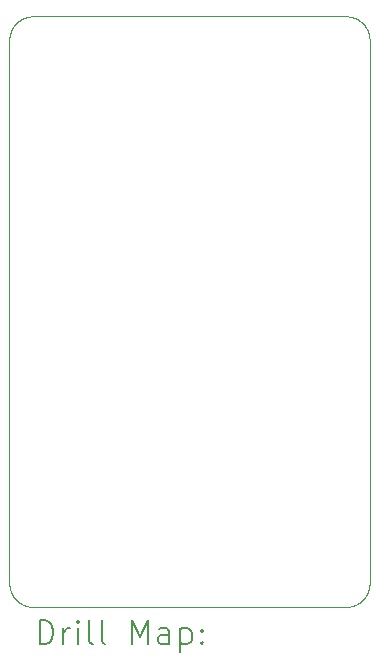
<source format=gbr>
%TF.GenerationSoftware,KiCad,Pcbnew,8.0.2*%
%TF.CreationDate,2024-08-28T15:29:38+05:30*%
%TF.ProjectId,CTF LED matrix,43544620-4c45-4442-906d-61747269782e,rev?*%
%TF.SameCoordinates,Original*%
%TF.FileFunction,Drillmap*%
%TF.FilePolarity,Positive*%
%FSLAX45Y45*%
G04 Gerber Fmt 4.5, Leading zero omitted, Abs format (unit mm)*
G04 Created by KiCad (PCBNEW 8.0.2) date 2024-08-28 15:29:38*
%MOMM*%
%LPD*%
G01*
G04 APERTURE LIST*
%ADD10C,0.050000*%
%ADD11C,0.200000*%
G04 APERTURE END LIST*
D10*
X15963844Y-12224703D02*
X15961391Y-12224778D01*
X15968747Y-12224462D02*
X15966297Y-12224597D01*
X15961391Y-12224778D02*
X15958937Y-12224823D01*
X15971196Y-12224296D02*
X15968747Y-12224462D01*
X15966297Y-12224597D02*
X15963844Y-12224703D01*
X15956483Y-12224838D02*
X13306483Y-12224838D01*
X15958937Y-12224823D02*
X15956483Y-12224838D01*
X16111085Y-12151717D02*
X16109517Y-12153604D01*
X16109517Y-12153604D02*
X16107925Y-12155473D01*
X16114152Y-12147884D02*
X16112630Y-12149810D01*
X16117125Y-12143978D02*
X16115650Y-12145940D01*
X16126754Y-12129756D02*
X16125454Y-12131838D01*
X16125454Y-12131838D02*
X16124128Y-12133903D01*
X16118574Y-12141998D02*
X16117125Y-12143978D01*
X16120000Y-12140000D02*
X16118574Y-12141998D01*
X16122777Y-12135952D02*
X16121401Y-12137984D01*
X16128029Y-12127659D02*
X16126754Y-12129756D01*
X16129278Y-12125546D02*
X16128029Y-12127659D01*
X16132867Y-12119117D02*
X16131697Y-12121275D01*
X16136218Y-12112561D02*
X16135128Y-12114760D01*
X16142184Y-12099101D02*
X16141259Y-12101375D01*
X16147871Y-12082895D02*
X16147144Y-12085239D01*
X16148569Y-12080542D02*
X16147871Y-12082895D01*
X16149238Y-12078181D02*
X16148569Y-12080542D01*
X16154318Y-12054184D02*
X16153943Y-12056610D01*
X16154979Y-12049320D02*
X16154664Y-12051754D01*
X16151623Y-12068658D02*
X16151071Y-12071050D01*
X16149878Y-12075811D02*
X16149238Y-12078181D01*
X16155746Y-7407678D02*
X16155941Y-7410125D01*
X16152147Y-12066260D02*
X16151623Y-12068658D01*
X16153104Y-12061446D02*
X16152640Y-12063856D01*
X16154664Y-12051754D02*
X16154318Y-12054184D01*
X16153943Y-12056610D02*
X16153539Y-12059030D01*
X16155264Y-12046882D02*
X16154979Y-12049320D01*
X16134011Y-12116946D02*
X16132867Y-12119117D01*
X16150489Y-12073434D02*
X16149878Y-12075811D01*
X16135128Y-12114760D02*
X16134011Y-12116946D01*
X16138317Y-12108124D02*
X16137281Y-12110349D01*
X16156242Y-12034652D02*
X16156107Y-12037102D01*
X16156423Y-12029746D02*
X16156348Y-12032199D01*
X16141259Y-12101375D02*
X16140306Y-12103636D01*
X16145605Y-12089900D02*
X16144792Y-12092216D01*
X16152640Y-12063856D02*
X16152147Y-12066260D01*
X16155520Y-12044441D02*
X16155264Y-12046882D01*
X16156348Y-12032199D02*
X16156242Y-12034652D01*
X16156107Y-7412574D02*
X16156242Y-7415024D01*
X16156242Y-7415024D02*
X16156348Y-7417477D01*
X16155941Y-7410125D02*
X16156107Y-7412574D01*
X16156423Y-7419930D02*
X16156468Y-7422384D01*
X16155746Y-12041998D02*
X16155520Y-12044441D01*
X16124128Y-12133903D02*
X16122777Y-12135952D01*
X16121401Y-12137984D02*
X16120000Y-12140000D01*
X16143082Y-12096817D02*
X16142184Y-12099101D01*
X16146389Y-12087574D02*
X16145605Y-12089900D01*
X16156348Y-7417477D02*
X16156423Y-7419930D01*
X16156483Y-12024838D02*
X16156468Y-12027292D01*
X16112630Y-12149810D02*
X16111085Y-12151717D01*
X16115650Y-12145940D02*
X16114152Y-12147884D01*
X16139325Y-12105886D02*
X16138317Y-12108124D01*
X16140306Y-12103636D02*
X16139325Y-12105886D01*
X16156468Y-12027292D02*
X16156423Y-12029746D01*
X16156468Y-7422384D02*
X16156483Y-7424838D01*
X16131697Y-12121275D02*
X16130500Y-12123418D01*
X16156483Y-7424838D02*
X16156483Y-12024838D01*
X16137281Y-12110349D02*
X16136218Y-12112561D01*
X16130500Y-12123418D02*
X16129278Y-12125546D01*
X16143951Y-12094522D02*
X16143082Y-12096817D01*
X16144792Y-12092216D02*
X16143951Y-12094522D01*
X16147144Y-12085239D02*
X16146389Y-12087574D01*
X16153539Y-12059030D02*
X16153104Y-12061446D01*
X16151071Y-12071050D02*
X16150489Y-12073434D01*
X16155941Y-12039551D02*
X16155746Y-12041998D01*
X16156107Y-12037102D02*
X16155941Y-12039551D01*
X16155520Y-7405235D02*
X16155746Y-7407678D01*
X16155264Y-7402794D02*
X16155520Y-7405235D01*
X16154979Y-7400356D02*
X16155264Y-7402794D01*
X16145605Y-7359776D02*
X16146389Y-7362102D01*
X16149238Y-7371495D02*
X16149878Y-7373865D01*
X16154664Y-7397922D02*
X16154979Y-7400356D01*
X16154318Y-7395492D02*
X16154664Y-7397922D01*
X16153943Y-7393066D02*
X16154318Y-7395492D01*
X16147871Y-7366781D02*
X16148569Y-7369134D01*
X16153539Y-7390646D02*
X16153943Y-7393066D01*
X16153104Y-7388230D02*
X16153539Y-7390646D01*
X16152640Y-7385820D02*
X16153104Y-7388230D01*
X16152147Y-7383416D02*
X16152640Y-7385820D01*
X16151623Y-7381018D02*
X16152147Y-7383416D01*
X16148569Y-7369134D02*
X16149238Y-7371495D01*
X16142184Y-7350575D02*
X16143082Y-7352859D01*
X16094391Y-7279989D02*
X16096158Y-7281692D01*
X16130500Y-7326258D02*
X16131697Y-7328401D01*
X16151071Y-7378626D02*
X16151623Y-7381018D01*
X16146389Y-7362102D02*
X16147144Y-7364437D01*
X16101332Y-7286930D02*
X16103014Y-7288718D01*
X16150489Y-7376242D02*
X16151071Y-7378626D01*
X16092603Y-7278307D02*
X16094391Y-7279989D01*
X16143082Y-7352859D02*
X16143951Y-7355154D01*
X16149878Y-7373865D02*
X16150489Y-7376242D01*
X16147144Y-7364437D02*
X16147871Y-7366781D01*
X16122777Y-7313724D02*
X16124128Y-7315773D01*
X16111085Y-7297959D02*
X16112630Y-7299866D01*
X16143951Y-7355154D02*
X16144792Y-7357460D01*
X16141259Y-7348301D02*
X16142184Y-7350575D01*
X16134011Y-7332730D02*
X16135128Y-7334916D01*
X16129278Y-7324130D02*
X16130500Y-7326258D01*
X16097904Y-7283417D02*
X16099629Y-7285163D01*
X16140306Y-7346040D02*
X16141259Y-7348301D01*
X16139325Y-7343790D02*
X16140306Y-7346040D01*
X16118574Y-7307678D02*
X16120000Y-7309676D01*
X16085249Y-7271804D02*
X16087118Y-7273396D01*
X16106310Y-7292355D02*
X16107925Y-7294203D01*
X16103014Y-7288718D02*
X16104673Y-7290526D01*
X16109517Y-7296072D02*
X16111085Y-7297959D01*
X16088966Y-7275011D02*
X16090795Y-7276648D01*
X16138317Y-7341552D02*
X16139325Y-7343790D01*
X16136218Y-7337115D02*
X16137281Y-7339327D01*
X16135128Y-7334916D02*
X16136218Y-7337115D01*
X16107925Y-7294203D02*
X16109517Y-7296072D01*
X16132867Y-7330559D02*
X16134011Y-7332730D01*
X16131697Y-7328401D02*
X16132867Y-7330559D01*
X16128029Y-7322017D02*
X16129278Y-7324130D01*
X16124128Y-7315773D02*
X16125454Y-7317838D01*
X16117125Y-7305698D02*
X16118574Y-7307678D01*
X16114152Y-7301792D02*
X16115650Y-7303736D01*
X16115650Y-7303736D02*
X16117125Y-7305698D01*
X16090795Y-7276648D02*
X16092603Y-7278307D01*
X16087118Y-7273396D02*
X16088966Y-7275011D01*
X16112630Y-7299866D02*
X16114152Y-7301792D01*
X16126754Y-7319920D02*
X16128029Y-7322017D01*
X16099629Y-7285163D02*
X16101332Y-7286930D01*
X16104673Y-7290526D02*
X16106310Y-7292355D01*
X16096158Y-7281692D02*
X16097904Y-7283417D01*
X16120000Y-7309676D02*
X16121401Y-7311692D01*
X16125454Y-7317838D02*
X16126754Y-7319920D01*
X16137281Y-7339327D02*
X16138317Y-7341552D01*
X16144792Y-7357460D02*
X16145605Y-7359776D01*
X16121401Y-7311692D02*
X16122777Y-7313724D01*
X15973643Y-12224101D02*
X15971196Y-12224296D01*
X15976086Y-12223875D02*
X15973643Y-12224101D01*
X15978527Y-12223619D02*
X15976086Y-12223875D01*
X15980965Y-12223334D02*
X15978527Y-12223619D01*
X15983399Y-12223019D02*
X15980965Y-12223334D01*
X15985829Y-12222673D02*
X15983399Y-12223019D01*
X15988255Y-12222298D02*
X15985829Y-12222673D01*
X15990675Y-12221894D02*
X15988255Y-12222298D01*
X15995501Y-12220995D02*
X15993091Y-12221459D01*
X16000303Y-12219978D02*
X15997905Y-12220502D01*
X16005079Y-12218844D02*
X16002695Y-12219426D01*
X16007456Y-12218233D02*
X16005079Y-12218844D01*
X16012187Y-12216924D02*
X16009826Y-12217593D01*
X16014540Y-12216226D02*
X16012187Y-12216924D01*
X16016884Y-12215499D02*
X16014540Y-12216226D01*
X16026167Y-12212306D02*
X16023861Y-12213147D01*
X16033020Y-12209614D02*
X16030746Y-12210539D01*
X16035281Y-12208661D02*
X16033020Y-12209614D01*
X16037531Y-12207680D02*
X16035281Y-12208661D01*
X16039769Y-12206672D02*
X16037531Y-12207680D01*
X16044206Y-12204573D02*
X16041994Y-12205636D01*
X16052920Y-12200052D02*
X16050762Y-12201222D01*
X16061401Y-12195109D02*
X16059304Y-12196384D01*
X16050762Y-12201222D02*
X16048591Y-12202366D01*
X16046405Y-12203483D02*
X16044206Y-12204573D01*
X16055063Y-12198855D02*
X16052920Y-12200052D01*
X16063483Y-12193809D02*
X16061401Y-12195109D01*
X16073643Y-12186929D02*
X16071645Y-12188355D01*
X16081455Y-12180985D02*
X16079529Y-12182507D01*
X16097904Y-12166259D02*
X16096158Y-12167984D01*
X16083362Y-12179440D02*
X16081455Y-12180985D01*
X16077585Y-12184005D02*
X16075623Y-12185480D01*
X16079529Y-12182507D02*
X16077585Y-12184005D01*
X16090795Y-12173028D02*
X16088966Y-12174665D01*
X16092603Y-12171369D02*
X16090795Y-12173028D01*
X16096158Y-12167984D02*
X16094391Y-12169687D01*
X16107925Y-12155473D02*
X16106310Y-12157321D01*
X16104673Y-12159150D02*
X16103014Y-12160958D01*
X16057191Y-12197633D02*
X16055063Y-12198855D01*
X16059304Y-12196384D02*
X16057191Y-12197633D01*
X16085249Y-12177872D02*
X16083362Y-12179440D01*
X16103014Y-12160958D02*
X16101332Y-12162746D01*
X16099629Y-12164513D02*
X16097904Y-12166259D01*
X16075623Y-12185480D02*
X16073643Y-12186929D01*
X16094391Y-12169687D02*
X16092603Y-12171369D01*
X16087118Y-12176280D02*
X16085249Y-12177872D01*
X16065548Y-12192483D02*
X16063483Y-12193809D01*
X16019219Y-12214744D02*
X16016884Y-12215499D01*
X16106310Y-12157321D02*
X16104673Y-12159150D01*
X16009826Y-12217593D02*
X16007456Y-12218233D01*
X16023861Y-12213147D02*
X16021545Y-12213960D01*
X16088966Y-12174665D02*
X16087118Y-12176280D01*
X16069629Y-12189756D02*
X16067597Y-12191132D01*
X16041994Y-12205636D02*
X16039769Y-12206672D01*
X15997905Y-12220502D02*
X15995501Y-12220995D01*
X15993091Y-12221459D02*
X15990675Y-12221894D01*
X16030746Y-12210539D02*
X16028462Y-12211437D01*
X16002695Y-12219426D02*
X16000303Y-12219978D01*
X16071645Y-12188355D02*
X16069629Y-12189756D01*
X16101332Y-12162746D02*
X16099629Y-12164513D01*
X16048591Y-12202366D02*
X16046405Y-12203483D01*
X16067597Y-12191132D02*
X16065548Y-12192483D01*
X16021545Y-12213960D02*
X16019219Y-12214744D01*
X16028462Y-12211437D02*
X16026167Y-12212306D01*
X16014540Y-7233450D02*
X16016884Y-7234177D01*
X16055063Y-7250821D02*
X16057191Y-7252043D01*
X16075623Y-7264196D02*
X16077585Y-7265671D01*
X16026167Y-7237370D02*
X16028462Y-7238239D01*
X16030746Y-7239137D02*
X16033020Y-7240062D01*
X16067597Y-7258544D02*
X16069629Y-7259920D01*
X16065548Y-7257193D02*
X16067597Y-7258544D01*
X16052920Y-7249624D02*
X16055063Y-7250821D01*
X16039769Y-7243004D02*
X16041994Y-7244040D01*
X16037531Y-7241996D02*
X16039769Y-7243004D01*
X16035281Y-7241015D02*
X16037531Y-7241996D01*
X16016884Y-7234177D02*
X16019219Y-7234932D01*
X16028462Y-7238239D02*
X16030746Y-7239137D01*
X16083362Y-7270236D02*
X16085249Y-7271804D01*
X16081455Y-7268691D02*
X16083362Y-7270236D01*
X16050762Y-7248454D02*
X16052920Y-7249624D01*
X16077585Y-7265671D02*
X16079529Y-7267169D01*
X16063483Y-7255867D02*
X16065548Y-7257193D01*
X16041994Y-7244040D02*
X16044206Y-7245103D01*
X16046405Y-7246193D02*
X16048591Y-7247310D01*
X16048591Y-7247310D02*
X16050762Y-7248454D01*
X16021545Y-7235716D02*
X16023861Y-7236529D01*
X16073643Y-7262747D02*
X16075623Y-7264196D01*
X16057191Y-7252043D02*
X16059304Y-7253292D01*
X16071645Y-7261321D02*
X16073643Y-7262747D01*
X16059304Y-7253292D02*
X16061401Y-7254567D01*
X16019219Y-7234932D02*
X16021545Y-7235716D01*
X16044206Y-7245103D02*
X16046405Y-7246193D01*
X16023861Y-7236529D02*
X16026167Y-7237370D01*
X16061401Y-7254567D02*
X16063483Y-7255867D01*
X16033020Y-7240062D02*
X16035281Y-7241015D01*
X16079529Y-7267169D02*
X16081455Y-7268691D01*
X16069629Y-7259920D02*
X16071645Y-7261321D01*
X16012187Y-7232752D02*
X16014540Y-7233450D01*
X16009826Y-7232083D02*
X16012187Y-7232752D01*
X16007456Y-7231443D02*
X16009826Y-7232083D01*
X16005079Y-7230832D02*
X16007456Y-7231443D01*
X16002695Y-7230250D02*
X16005079Y-7230832D01*
X16000303Y-7229698D02*
X16002695Y-7230250D01*
X15997905Y-7229174D02*
X16000303Y-7229698D01*
X15990675Y-7227782D02*
X15993091Y-7228217D01*
X15988255Y-7227378D02*
X15990675Y-7227782D01*
X15983399Y-7226657D02*
X15985829Y-7227003D01*
X15978527Y-7226057D02*
X15980965Y-7226342D01*
X15976086Y-7225801D02*
X15978527Y-7226057D01*
X15963844Y-7224973D02*
X15966297Y-7225079D01*
X13299122Y-7224973D02*
X13301575Y-7224898D01*
X13286880Y-7225801D02*
X13289323Y-7225575D01*
X13279567Y-7226657D02*
X13282001Y-7226342D01*
X13232220Y-7239137D02*
X13234504Y-7238239D01*
X13277137Y-7227003D02*
X13279567Y-7226657D01*
X13274711Y-7227378D02*
X13277137Y-7227003D01*
X13246082Y-7234177D02*
X13248426Y-7233450D01*
X13236799Y-7237370D02*
X13239105Y-7236529D01*
X13214375Y-7247310D02*
X13216561Y-7246193D01*
X15973643Y-7225575D02*
X15976086Y-7225801D01*
X13306483Y-7224838D02*
X15956483Y-7224838D01*
X13301575Y-7224898D02*
X13304029Y-7224853D01*
X13250779Y-7232752D02*
X13253140Y-7232083D01*
X15971196Y-7225380D02*
X15973643Y-7225575D01*
X15968747Y-7225214D02*
X15971196Y-7225380D01*
X13262663Y-7229698D02*
X13265061Y-7229174D01*
X13253140Y-7232083D02*
X13255510Y-7231443D01*
X15961391Y-7224898D02*
X15963844Y-7224973D01*
X15956483Y-7224838D02*
X15958937Y-7224853D01*
X13257887Y-7230832D02*
X13260271Y-7230250D01*
X13239105Y-7236529D02*
X13241421Y-7235716D01*
X13282001Y-7226342D02*
X13284439Y-7226057D01*
X13234504Y-7238239D02*
X13236799Y-7237370D01*
X13260271Y-7230250D02*
X13262663Y-7229698D01*
X13255510Y-7231443D02*
X13257887Y-7230832D01*
X13248426Y-7233450D02*
X13250779Y-7232752D01*
X13241421Y-7235716D02*
X13243747Y-7234932D01*
X13229946Y-7240062D02*
X13232220Y-7239137D01*
X13225435Y-7241996D02*
X13227685Y-7241015D01*
X13218760Y-7245103D02*
X13220972Y-7244040D01*
X15966297Y-7225079D02*
X15968747Y-7225214D01*
X15958937Y-7224853D02*
X15961391Y-7224898D01*
X13272291Y-7227782D02*
X13274711Y-7227378D01*
X13289323Y-7225575D02*
X13291770Y-7225380D01*
X13267465Y-7228681D02*
X13269875Y-7228217D01*
X13220972Y-7244040D02*
X13223197Y-7243004D01*
X13216561Y-7246193D02*
X13218760Y-7245103D01*
X13243747Y-7234932D02*
X13246082Y-7234177D01*
X13265061Y-7229174D02*
X13267465Y-7228681D01*
X13223197Y-7243004D02*
X13225435Y-7241996D01*
X15993091Y-7228217D02*
X15995501Y-7228681D01*
X15995501Y-7228681D02*
X15997905Y-7229174D01*
X13269875Y-7228217D02*
X13272291Y-7227782D01*
X15985829Y-7227003D02*
X15988255Y-7227378D01*
X15980965Y-7226342D02*
X15983399Y-7226657D01*
X13294219Y-7225214D02*
X13296669Y-7225079D01*
X13291770Y-7225380D02*
X13294219Y-7225214D01*
X13304029Y-7224853D02*
X13306483Y-7224838D01*
X13296669Y-7225079D02*
X13299122Y-7224973D01*
X13284439Y-7226057D02*
X13286880Y-7225801D01*
X13227685Y-7241015D02*
X13229946Y-7240062D01*
X13153449Y-7296072D02*
X13155041Y-7294203D01*
X13203662Y-7253292D02*
X13205775Y-7252043D01*
X13158293Y-7290526D02*
X13159952Y-7288718D01*
X13199483Y-7255867D02*
X13201565Y-7254567D01*
X13168575Y-7279989D02*
X13170363Y-7278307D01*
X13205775Y-7252043D02*
X13207903Y-7250821D01*
X13181511Y-7268691D02*
X13183437Y-7267169D01*
X13151881Y-7297959D02*
X13153449Y-7296072D01*
X13185381Y-7265671D02*
X13187343Y-7264196D01*
X13183437Y-7267169D02*
X13185381Y-7265671D01*
X13155041Y-7294203D02*
X13156656Y-7292355D01*
X13175848Y-7273396D02*
X13177717Y-7271804D01*
X13212204Y-7248454D02*
X13214375Y-7247310D01*
X13177717Y-7271804D02*
X13179604Y-7270236D01*
X13197418Y-7257193D02*
X13199483Y-7255867D01*
X13166808Y-7281692D02*
X13168575Y-7279989D01*
X13207903Y-7250821D02*
X13210046Y-7249624D01*
X13201565Y-7254567D02*
X13203662Y-7253292D01*
X13195369Y-7258544D02*
X13197418Y-7257193D01*
X13189323Y-7262747D02*
X13191321Y-7261321D01*
X13179604Y-7270236D02*
X13181511Y-7268691D01*
X13172171Y-7276648D02*
X13174000Y-7275011D01*
X13170363Y-7278307D02*
X13172171Y-7276648D01*
X13163337Y-7285163D02*
X13165062Y-7283417D01*
X13156656Y-7292355D02*
X13158293Y-7290526D01*
X13161634Y-7286930D02*
X13163337Y-7285163D01*
X13191321Y-7261321D02*
X13193337Y-7259920D01*
X13210046Y-7249624D02*
X13212204Y-7248454D01*
X13187343Y-7264196D02*
X13189323Y-7262747D01*
X13174000Y-7275011D02*
X13175848Y-7273396D01*
X13193337Y-7259920D02*
X13195369Y-7258544D01*
X13165062Y-7283417D02*
X13166808Y-7281692D01*
X13159952Y-7288718D02*
X13161634Y-7286930D01*
X13142966Y-7309676D02*
X13144392Y-7307678D01*
X13148814Y-7301792D02*
X13150336Y-7299866D01*
X13147316Y-7303736D02*
X13148814Y-7301792D01*
X13144392Y-7307678D02*
X13145841Y-7305698D01*
X13145841Y-7305698D02*
X13147316Y-7303736D01*
X13141565Y-7311692D02*
X13142966Y-7309676D01*
X13137512Y-7317838D02*
X13138838Y-7315773D01*
X13136212Y-7319920D02*
X13137512Y-7317838D01*
X13133688Y-7324130D02*
X13134937Y-7322017D01*
X13134937Y-7322017D02*
X13136212Y-7319920D01*
X13131269Y-7328401D02*
X13132466Y-7326258D01*
X13130099Y-7330559D02*
X13131269Y-7328401D01*
X13124649Y-7341552D02*
X13125685Y-7339327D01*
X13126748Y-7337115D02*
X13127838Y-7334916D01*
X13123641Y-7343790D02*
X13124649Y-7341552D01*
X13117361Y-7359776D02*
X13118174Y-7357460D01*
X13107220Y-7407678D02*
X13107446Y-7405235D01*
X13119015Y-7355154D02*
X13119884Y-7352859D01*
X13116577Y-7362102D02*
X13117361Y-7359776D01*
X13109023Y-7393066D02*
X13109427Y-7390646D01*
X13115822Y-7364437D02*
X13116577Y-7362102D01*
X13107702Y-7402794D02*
X13107987Y-7400356D01*
X13125685Y-7339327D02*
X13126748Y-7337115D01*
X13109862Y-7388230D02*
X13110326Y-7385820D01*
X13106543Y-7419930D02*
X13106618Y-7417477D01*
X13107025Y-12039551D02*
X13106859Y-12037102D01*
X13118174Y-7357460D02*
X13119015Y-7355154D01*
X13112477Y-7376242D02*
X13113088Y-7373865D01*
X13111895Y-7378626D02*
X13112477Y-7376242D01*
X13110326Y-7385820D02*
X13110819Y-7383416D01*
X13111343Y-7381018D02*
X13111895Y-7378626D01*
X13106483Y-12024838D02*
X13106483Y-7424838D01*
X13106498Y-12027292D02*
X13106483Y-12024838D01*
X13107987Y-7400356D02*
X13108302Y-7397922D01*
X13110819Y-7383416D02*
X13111343Y-7381018D01*
X13107446Y-7405235D02*
X13107702Y-7402794D01*
X13109427Y-7390646D02*
X13109862Y-7388230D01*
X13108302Y-7397922D02*
X13108648Y-7395492D01*
X13107025Y-7410125D02*
X13107220Y-7407678D01*
X13106483Y-7424838D02*
X13106498Y-7422384D01*
X13106618Y-12032199D02*
X13106543Y-12029746D01*
X13106724Y-7415024D02*
X13106859Y-7412574D01*
X13127838Y-7334916D02*
X13128955Y-7332730D01*
X13120782Y-7350575D02*
X13121707Y-7348301D01*
X13106859Y-12037102D02*
X13106724Y-12034652D01*
X13115095Y-7366781D02*
X13115822Y-7364437D01*
X13106498Y-7422384D02*
X13106543Y-7419930D01*
X13150336Y-7299866D02*
X13151881Y-7297959D01*
X13138838Y-7315773D02*
X13140189Y-7313724D01*
X13113728Y-7371495D02*
X13114397Y-7369134D01*
X13108648Y-7395492D02*
X13109023Y-7393066D01*
X13113088Y-7373865D02*
X13113728Y-7371495D01*
X13106618Y-7417477D02*
X13106724Y-7415024D01*
X13140189Y-7313724D02*
X13141565Y-7311692D01*
X13122660Y-7346040D02*
X13123641Y-7343790D01*
X13114397Y-7369134D02*
X13115095Y-7366781D01*
X13121707Y-7348301D02*
X13122660Y-7346040D01*
X13132466Y-7326258D02*
X13133688Y-7324130D01*
X13128955Y-7332730D02*
X13130099Y-7330559D01*
X13106724Y-12034652D02*
X13106618Y-12032199D01*
X13107220Y-12041998D02*
X13107025Y-12039551D01*
X13106543Y-12029746D02*
X13106498Y-12027292D01*
X13119884Y-7352859D02*
X13120782Y-7350575D01*
X13106859Y-7412574D02*
X13107025Y-7410125D01*
X13128955Y-12116946D02*
X13127838Y-12114760D01*
X13119015Y-12094522D02*
X13118174Y-12092216D01*
X13127838Y-12114760D02*
X13126748Y-12112561D01*
X13114397Y-12080542D02*
X13113728Y-12078181D01*
X13124649Y-12108124D02*
X13123641Y-12105886D01*
X13123641Y-12105886D02*
X13122660Y-12103636D01*
X13109862Y-12061446D02*
X13109427Y-12059030D01*
X13122660Y-12103636D02*
X13121707Y-12101375D01*
X13120782Y-12099101D02*
X13119884Y-12096817D01*
X13125685Y-12110349D02*
X13124649Y-12108124D01*
X13111895Y-12071050D02*
X13111343Y-12068658D01*
X13107446Y-12044441D02*
X13107220Y-12041998D01*
X13111343Y-12068658D02*
X13110819Y-12066260D01*
X13107702Y-12046882D02*
X13107446Y-12044441D01*
X13115095Y-12082895D02*
X13114397Y-12080542D01*
X13130099Y-12119117D02*
X13128955Y-12116946D01*
X13126748Y-12112561D02*
X13125685Y-12110349D01*
X13107987Y-12049320D02*
X13107702Y-12046882D01*
X13108648Y-12054184D02*
X13108302Y-12051754D01*
X13110819Y-12066260D02*
X13110326Y-12063856D01*
X13113088Y-12075811D02*
X13112477Y-12073434D01*
X13113728Y-12078181D02*
X13113088Y-12075811D01*
X13116577Y-12087574D02*
X13115822Y-12085239D01*
X13119884Y-12096817D02*
X13119015Y-12094522D01*
X13117361Y-12089900D02*
X13116577Y-12087574D01*
X13109023Y-12056610D02*
X13108648Y-12054184D01*
X13108302Y-12051754D02*
X13107987Y-12049320D01*
X13109427Y-12059030D02*
X13109023Y-12056610D01*
X13112477Y-12073434D02*
X13111895Y-12071050D01*
X13110326Y-12063856D02*
X13109862Y-12061446D01*
X13115822Y-12085239D02*
X13115095Y-12082895D01*
X13118174Y-12092216D02*
X13117361Y-12089900D01*
X13121707Y-12101375D02*
X13120782Y-12099101D01*
X13132466Y-12123418D02*
X13131269Y-12121275D01*
X13131269Y-12121275D02*
X13130099Y-12119117D01*
X13133688Y-12125546D02*
X13132466Y-12123418D01*
X13136212Y-12129756D02*
X13134937Y-12127659D01*
X13137512Y-12131838D02*
X13136212Y-12129756D01*
X13138838Y-12133903D02*
X13137512Y-12131838D01*
X13140189Y-12135952D02*
X13138838Y-12133903D01*
X13165062Y-12166259D02*
X13163337Y-12164513D01*
X13163337Y-12164513D02*
X13161634Y-12162746D01*
X13141565Y-12137984D02*
X13140189Y-12135952D01*
X13144392Y-12141998D02*
X13142966Y-12140000D01*
X13145841Y-12143978D02*
X13144392Y-12141998D01*
X13147316Y-12145940D02*
X13145841Y-12143978D01*
X13148814Y-12147884D02*
X13147316Y-12145940D01*
X13168575Y-12169687D02*
X13166808Y-12167984D01*
X13153449Y-12153604D02*
X13151881Y-12151717D01*
X13203662Y-12196384D02*
X13201565Y-12195109D01*
X13210046Y-12200052D02*
X13207903Y-12198855D01*
X13234504Y-12211437D02*
X13232220Y-12210539D01*
X13185381Y-12184005D02*
X13183437Y-12182507D01*
X13166808Y-12167984D02*
X13165062Y-12166259D01*
X13161634Y-12162746D02*
X13159952Y-12160958D01*
X13181511Y-12180985D02*
X13179604Y-12179440D01*
X13197418Y-12192483D02*
X13195369Y-12191132D01*
X13207903Y-12198855D02*
X13205775Y-12197633D01*
X13189323Y-12186929D02*
X13187343Y-12185480D01*
X13150336Y-12149810D02*
X13148814Y-12147884D01*
X13248426Y-12216226D02*
X13246082Y-12215499D01*
X13151881Y-12151717D02*
X13150336Y-12149810D01*
X13155041Y-12155473D02*
X13153449Y-12153604D01*
X13156656Y-12157321D02*
X13155041Y-12155473D01*
X13227685Y-12208661D02*
X13225435Y-12207680D01*
X13158293Y-12159150D02*
X13156656Y-12157321D01*
X13236799Y-12212306D02*
X13234504Y-12211437D01*
X13159952Y-12160958D02*
X13158293Y-12159150D01*
X13174000Y-12174665D02*
X13172171Y-12173028D01*
X13175848Y-12176280D02*
X13174000Y-12174665D01*
X13187343Y-12185480D02*
X13185381Y-12184005D01*
X13214375Y-12202366D02*
X13212204Y-12201222D01*
X13177717Y-12177872D02*
X13175848Y-12176280D01*
X13183437Y-12182507D02*
X13181511Y-12180985D01*
X13201565Y-12195109D02*
X13199483Y-12193809D01*
X13191321Y-12188355D02*
X13189323Y-12186929D01*
X13223197Y-12206672D02*
X13220972Y-12205636D01*
X13218760Y-12204573D02*
X13216561Y-12203483D01*
X13179604Y-12179440D02*
X13177717Y-12177872D01*
X13216561Y-12203483D02*
X13214375Y-12202366D01*
X13195369Y-12191132D02*
X13193337Y-12189756D01*
X13172171Y-12173028D02*
X13170363Y-12171369D01*
X13212204Y-12201222D02*
X13210046Y-12200052D01*
X13134937Y-12127659D02*
X13133688Y-12125546D01*
X13142966Y-12140000D02*
X13141565Y-12137984D01*
X13205775Y-12197633D02*
X13203662Y-12196384D01*
X13246082Y-12215499D02*
X13243747Y-12214744D01*
X13193337Y-12189756D02*
X13191321Y-12188355D01*
X13199483Y-12193809D02*
X13197418Y-12192483D01*
X13225435Y-12207680D02*
X13223197Y-12206672D01*
X13241421Y-12213960D02*
X13239105Y-12213147D01*
X13229946Y-12209614D02*
X13227685Y-12208661D01*
X13232220Y-12210539D02*
X13229946Y-12209614D01*
X13239105Y-12213147D02*
X13236799Y-12212306D01*
X13243747Y-12214744D02*
X13241421Y-12213960D01*
X13220972Y-12205636D02*
X13218760Y-12204573D01*
X13170363Y-12171369D02*
X13168575Y-12169687D01*
X13265061Y-12220502D02*
X13262663Y-12219978D01*
X13279567Y-12223019D02*
X13277137Y-12222673D01*
X13289323Y-12224101D02*
X13286880Y-12223875D01*
X13304029Y-12224823D02*
X13301575Y-12224778D01*
X13291770Y-12224296D02*
X13289323Y-12224101D01*
X13286880Y-12223875D02*
X13284439Y-12223619D01*
X13257887Y-12218844D02*
X13255510Y-12218233D01*
X13260271Y-12219426D02*
X13257887Y-12218844D01*
X13269875Y-12221459D02*
X13267465Y-12220995D01*
X13274711Y-12222298D02*
X13272291Y-12221894D01*
X13262663Y-12219978D02*
X13260271Y-12219426D01*
X13296669Y-12224597D02*
X13294219Y-12224462D01*
X13250779Y-12216924D02*
X13248426Y-12216226D01*
X13267465Y-12220995D02*
X13265061Y-12220502D01*
X13282001Y-12223334D02*
X13279567Y-12223019D01*
X13299122Y-12224703D02*
X13296669Y-12224597D01*
X13294219Y-12224462D02*
X13291770Y-12224296D01*
X13284439Y-12223619D02*
X13282001Y-12223334D01*
X13306483Y-12224838D02*
X13304029Y-12224823D01*
X13277137Y-12222673D02*
X13274711Y-12222298D01*
X13253140Y-12217593D02*
X13250779Y-12216924D01*
X13255510Y-12218233D02*
X13253140Y-12217593D01*
X13272291Y-12221894D02*
X13269875Y-12221459D01*
X13301575Y-12224778D02*
X13299122Y-12224703D01*
D11*
X13364760Y-12538822D02*
X13364760Y-12338822D01*
X13364760Y-12338822D02*
X13412379Y-12338822D01*
X13412379Y-12338822D02*
X13440950Y-12348346D01*
X13440950Y-12348346D02*
X13459998Y-12367393D01*
X13459998Y-12367393D02*
X13469522Y-12386441D01*
X13469522Y-12386441D02*
X13479045Y-12424536D01*
X13479045Y-12424536D02*
X13479045Y-12453107D01*
X13479045Y-12453107D02*
X13469522Y-12491203D01*
X13469522Y-12491203D02*
X13459998Y-12510250D01*
X13459998Y-12510250D02*
X13440950Y-12529298D01*
X13440950Y-12529298D02*
X13412379Y-12538822D01*
X13412379Y-12538822D02*
X13364760Y-12538822D01*
X13564760Y-12538822D02*
X13564760Y-12405488D01*
X13564760Y-12443584D02*
X13574284Y-12424536D01*
X13574284Y-12424536D02*
X13583807Y-12415012D01*
X13583807Y-12415012D02*
X13602855Y-12405488D01*
X13602855Y-12405488D02*
X13621903Y-12405488D01*
X13688569Y-12538822D02*
X13688569Y-12405488D01*
X13688569Y-12338822D02*
X13679045Y-12348346D01*
X13679045Y-12348346D02*
X13688569Y-12357869D01*
X13688569Y-12357869D02*
X13698093Y-12348346D01*
X13698093Y-12348346D02*
X13688569Y-12338822D01*
X13688569Y-12338822D02*
X13688569Y-12357869D01*
X13812379Y-12538822D02*
X13793331Y-12529298D01*
X13793331Y-12529298D02*
X13783807Y-12510250D01*
X13783807Y-12510250D02*
X13783807Y-12338822D01*
X13917141Y-12538822D02*
X13898093Y-12529298D01*
X13898093Y-12529298D02*
X13888569Y-12510250D01*
X13888569Y-12510250D02*
X13888569Y-12338822D01*
X14145712Y-12538822D02*
X14145712Y-12338822D01*
X14145712Y-12338822D02*
X14212379Y-12481679D01*
X14212379Y-12481679D02*
X14279045Y-12338822D01*
X14279045Y-12338822D02*
X14279045Y-12538822D01*
X14459998Y-12538822D02*
X14459998Y-12434060D01*
X14459998Y-12434060D02*
X14450474Y-12415012D01*
X14450474Y-12415012D02*
X14431426Y-12405488D01*
X14431426Y-12405488D02*
X14393331Y-12405488D01*
X14393331Y-12405488D02*
X14374284Y-12415012D01*
X14459998Y-12529298D02*
X14440950Y-12538822D01*
X14440950Y-12538822D02*
X14393331Y-12538822D01*
X14393331Y-12538822D02*
X14374284Y-12529298D01*
X14374284Y-12529298D02*
X14364760Y-12510250D01*
X14364760Y-12510250D02*
X14364760Y-12491203D01*
X14364760Y-12491203D02*
X14374284Y-12472155D01*
X14374284Y-12472155D02*
X14393331Y-12462631D01*
X14393331Y-12462631D02*
X14440950Y-12462631D01*
X14440950Y-12462631D02*
X14459998Y-12453107D01*
X14555236Y-12405488D02*
X14555236Y-12605488D01*
X14555236Y-12415012D02*
X14574284Y-12405488D01*
X14574284Y-12405488D02*
X14612379Y-12405488D01*
X14612379Y-12405488D02*
X14631426Y-12415012D01*
X14631426Y-12415012D02*
X14640950Y-12424536D01*
X14640950Y-12424536D02*
X14650474Y-12443584D01*
X14650474Y-12443584D02*
X14650474Y-12500726D01*
X14650474Y-12500726D02*
X14640950Y-12519774D01*
X14640950Y-12519774D02*
X14631426Y-12529298D01*
X14631426Y-12529298D02*
X14612379Y-12538822D01*
X14612379Y-12538822D02*
X14574284Y-12538822D01*
X14574284Y-12538822D02*
X14555236Y-12529298D01*
X14736188Y-12519774D02*
X14745712Y-12529298D01*
X14745712Y-12529298D02*
X14736188Y-12538822D01*
X14736188Y-12538822D02*
X14726665Y-12529298D01*
X14726665Y-12529298D02*
X14736188Y-12519774D01*
X14736188Y-12519774D02*
X14736188Y-12538822D01*
X14736188Y-12415012D02*
X14745712Y-12424536D01*
X14745712Y-12424536D02*
X14736188Y-12434060D01*
X14736188Y-12434060D02*
X14726665Y-12424536D01*
X14726665Y-12424536D02*
X14736188Y-12415012D01*
X14736188Y-12415012D02*
X14736188Y-12434060D01*
M02*

</source>
